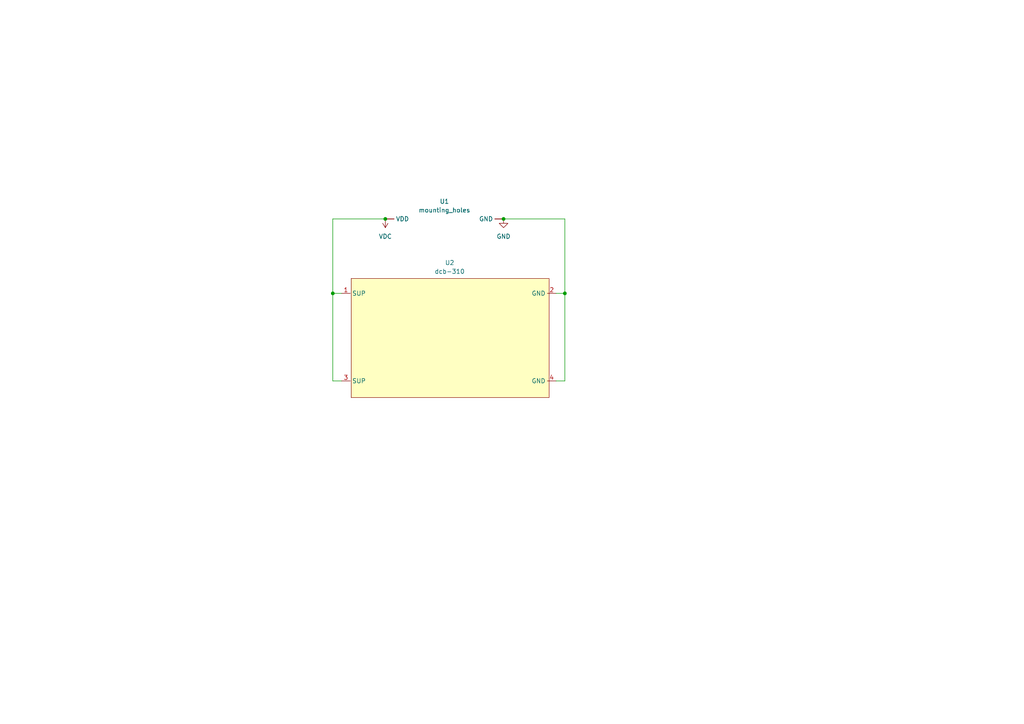
<source format=kicad_sch>
(kicad_sch (version 20211123) (generator eeschema)
  (paper "A4")
  (title_block (title "Template") (date "2022-04-19") (rev "V0") (company "E-Agle TRT"))
  (lib_symbols
    (symbol "dcbk310:dcb-310"
      (property "Reference" "U" (at -1.778 0.254 0))
      (property "Value" "dcb-310" (at -1.016 -3.048 0))
      (symbol "dcb-310_0_1"
        (rectangle (start -30.226 14.478) (end 27.178 -20.066) (fill (type background)))
      )
      (symbol "dcb-310_1_1"
        (pin input line (at -33.02 10.16 0) (length 2.54) (name "SUP") (number "1"))
        (pin output line (at 29.21 10.16 180) (length 2.54) (name "GND") (number "2"))
        (pin input line (at -33.02 -15.24 0) (length 2.54) (name "SUP") (number "3"))
        (pin output line (at 29.21 -15.24 180) (length 2.54) (name "GND") (number "4"))
      )
    )
    (symbol "mounting_holes_1"
      (property "Reference" "U" (at 0 0 0))
      (property "Value" "mounting_holes_1" (at 0 0 0))
      (symbol "mounting_holes_1_1_1"
        (pin input line (at 17.78 0 180) (length 2.54) (name "GND") (number ""))
        (pin input line (at -16.51 0 0) (length 2.54) (name "VDD") (number ""))
      )
    )
    (symbol "power:GND" (power) (pin_names (offset 0))
      (property "Value" "GND" (at 0 -3.81 0))
      (symbol "GND_0_1"
        (polyline (pts (xy 0 0) (xy 0 -1.27) (xy 1.27 -1.27) (xy 0 -2.54) (xy -1.27 -1.27) (xy 0 -1.27)))
      )
      (symbol "GND_1_1"
        (pin power_in line (at 0 0 270) (length 0) hide (name "GND") (number "1"))
      )
    )
    (symbol "power:VDC" (power) (pin_names (offset 0))
      (property "Value" "VDC" (at 0 6.35 0))
      (symbol "VDC_0_1"
        (polyline (pts (xy -0.762 1.27) (xy 0 2.54)))
        (polyline (pts (xy 0 0) (xy 0 2.54)))
        (polyline (pts (xy 0 2.54) (xy 0.762 1.27)))
      )
      (symbol "VDC_1_1"
        (pin power_in line (at 0 0 90) (length 0) hide (name "VDC") (number "1"))
      )
    )
  )
  (junction (at 111.76 63.5))
  (junction (at 96.52 85.09))
  (junction (at 146.05 63.5))
  (junction (at 163.83 85.09))
  (wire (pts (xy 163.83 63.5) (xy 163.83 85.09)))
  (wire (pts (xy 163.83 85.09) (xy 163.83 110.49)))
  (wire (pts (xy 96.52 110.49) (xy 99.06 110.49)))
  (wire (pts (xy 161.29 85.09) (xy 163.83 85.09)))
  (wire (pts (xy 146.05 63.5) (xy 163.83 63.5)))
  (wire (pts (xy 96.52 63.5) (xy 96.52 85.09)))
  (wire (pts (xy 96.52 85.09) (xy 99.06 85.09)))
  (wire (pts (xy 111.76 63.5) (xy 96.52 63.5)))
  (wire (pts (xy 96.52 85.09) (xy 96.52 110.49)))
  (wire (pts (xy 163.83 110.49) (xy 161.29 110.49)))
  (symbol (lib_id "power:GND") (at 146.05 63.5 0) (unit 1)
    (property "Reference" "#PWR0101" (effects hide))
    (property "Value" "GND" (at 146.05 68.58 0))
  )
  (symbol (lib_id "power:VDC") (at 111.76 63.5 180) (unit 1)
    (property "Reference" "#PWR0102" (effects hide))
    (property "Value" "VDC" (at 111.76 68.58 0))
  )
  (symbol (lib_name "mounting_holes_1") (lib_id "dcbk310:mounting_holes") (at 128.27 63.5 0) (unit 1)
    (property "Reference" "U1" (at 128.905 58.42 0))
    (property "Value" "mounting_holes" (at 128.905 60.96 0))
    (property "Footprint" "dcbk310:mounting_holes" (effects hide))
  )
  (symbol (lib_id "dcbk310:dcb-310") (at 132.08 95.25 0) (unit 1)
    (property "Reference" "U2" (at 130.429 76.2 0))
    (property "Value" "dcb-310" (at 130.429 78.74 0))
    (property "Footprint" "dcbk310:dcb-k310" (effects hide))
  )
)
</source>
